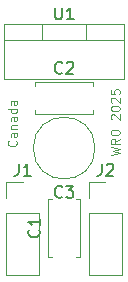
<source format=gbr>
%TF.GenerationSoftware,KiCad,Pcbnew,9.0.4*%
%TF.CreationDate,2025-09-01T15:08:38-04:00*%
%TF.ProjectId,servo_regulator,73657276-6f5f-4726-9567-756c61746f72,rev?*%
%TF.SameCoordinates,Original*%
%TF.FileFunction,Legend,Top*%
%TF.FilePolarity,Positive*%
%FSLAX46Y46*%
G04 Gerber Fmt 4.6, Leading zero omitted, Abs format (unit mm)*
G04 Created by KiCad (PCBNEW 9.0.4) date 2025-09-01 15:08:38*
%MOMM*%
%LPD*%
G01*
G04 APERTURE LIST*
%ADD10C,0.100000*%
%ADD11C,0.150000*%
%ADD12C,0.120000*%
G04 APERTURE END LIST*
D10*
X124203014Y-39827068D02*
X124953014Y-39648496D01*
X124953014Y-39648496D02*
X124417300Y-39505639D01*
X124417300Y-39505639D02*
X124953014Y-39362782D01*
X124953014Y-39362782D02*
X124203014Y-39184211D01*
X124953014Y-38469925D02*
X124595871Y-38719925D01*
X124953014Y-38898496D02*
X124203014Y-38898496D01*
X124203014Y-38898496D02*
X124203014Y-38612782D01*
X124203014Y-38612782D02*
X124238728Y-38541353D01*
X124238728Y-38541353D02*
X124274442Y-38505639D01*
X124274442Y-38505639D02*
X124345871Y-38469925D01*
X124345871Y-38469925D02*
X124453014Y-38469925D01*
X124453014Y-38469925D02*
X124524442Y-38505639D01*
X124524442Y-38505639D02*
X124560157Y-38541353D01*
X124560157Y-38541353D02*
X124595871Y-38612782D01*
X124595871Y-38612782D02*
X124595871Y-38898496D01*
X124203014Y-38005639D02*
X124203014Y-37862782D01*
X124203014Y-37862782D02*
X124238728Y-37791353D01*
X124238728Y-37791353D02*
X124310157Y-37719925D01*
X124310157Y-37719925D02*
X124453014Y-37684210D01*
X124453014Y-37684210D02*
X124703014Y-37684210D01*
X124703014Y-37684210D02*
X124845871Y-37719925D01*
X124845871Y-37719925D02*
X124917300Y-37791353D01*
X124917300Y-37791353D02*
X124953014Y-37862782D01*
X124953014Y-37862782D02*
X124953014Y-38005639D01*
X124953014Y-38005639D02*
X124917300Y-38077068D01*
X124917300Y-38077068D02*
X124845871Y-38148496D01*
X124845871Y-38148496D02*
X124703014Y-38184210D01*
X124703014Y-38184210D02*
X124453014Y-38184210D01*
X124453014Y-38184210D02*
X124310157Y-38148496D01*
X124310157Y-38148496D02*
X124238728Y-38077068D01*
X124238728Y-38077068D02*
X124203014Y-38005639D01*
X124274442Y-36827067D02*
X124238728Y-36791353D01*
X124238728Y-36791353D02*
X124203014Y-36719925D01*
X124203014Y-36719925D02*
X124203014Y-36541353D01*
X124203014Y-36541353D02*
X124238728Y-36469925D01*
X124238728Y-36469925D02*
X124274442Y-36434210D01*
X124274442Y-36434210D02*
X124345871Y-36398496D01*
X124345871Y-36398496D02*
X124417300Y-36398496D01*
X124417300Y-36398496D02*
X124524442Y-36434210D01*
X124524442Y-36434210D02*
X124953014Y-36862782D01*
X124953014Y-36862782D02*
X124953014Y-36398496D01*
X124203014Y-35934210D02*
X124203014Y-35862781D01*
X124203014Y-35862781D02*
X124238728Y-35791353D01*
X124238728Y-35791353D02*
X124274442Y-35755639D01*
X124274442Y-35755639D02*
X124345871Y-35719924D01*
X124345871Y-35719924D02*
X124488728Y-35684210D01*
X124488728Y-35684210D02*
X124667300Y-35684210D01*
X124667300Y-35684210D02*
X124810157Y-35719924D01*
X124810157Y-35719924D02*
X124881585Y-35755639D01*
X124881585Y-35755639D02*
X124917300Y-35791353D01*
X124917300Y-35791353D02*
X124953014Y-35862781D01*
X124953014Y-35862781D02*
X124953014Y-35934210D01*
X124953014Y-35934210D02*
X124917300Y-36005639D01*
X124917300Y-36005639D02*
X124881585Y-36041353D01*
X124881585Y-36041353D02*
X124810157Y-36077067D01*
X124810157Y-36077067D02*
X124667300Y-36112781D01*
X124667300Y-36112781D02*
X124488728Y-36112781D01*
X124488728Y-36112781D02*
X124345871Y-36077067D01*
X124345871Y-36077067D02*
X124274442Y-36041353D01*
X124274442Y-36041353D02*
X124238728Y-36005639D01*
X124238728Y-36005639D02*
X124203014Y-35934210D01*
X124274442Y-35398495D02*
X124238728Y-35362781D01*
X124238728Y-35362781D02*
X124203014Y-35291353D01*
X124203014Y-35291353D02*
X124203014Y-35112781D01*
X124203014Y-35112781D02*
X124238728Y-35041353D01*
X124238728Y-35041353D02*
X124274442Y-35005638D01*
X124274442Y-35005638D02*
X124345871Y-34969924D01*
X124345871Y-34969924D02*
X124417300Y-34969924D01*
X124417300Y-34969924D02*
X124524442Y-35005638D01*
X124524442Y-35005638D02*
X124953014Y-35434210D01*
X124953014Y-35434210D02*
X124953014Y-34969924D01*
X124203014Y-34291352D02*
X124203014Y-34648495D01*
X124203014Y-34648495D02*
X124560157Y-34684209D01*
X124560157Y-34684209D02*
X124524442Y-34648495D01*
X124524442Y-34648495D02*
X124488728Y-34577067D01*
X124488728Y-34577067D02*
X124488728Y-34398495D01*
X124488728Y-34398495D02*
X124524442Y-34327067D01*
X124524442Y-34327067D02*
X124560157Y-34291352D01*
X124560157Y-34291352D02*
X124631585Y-34255638D01*
X124631585Y-34255638D02*
X124810157Y-34255638D01*
X124810157Y-34255638D02*
X124881585Y-34291352D01*
X124881585Y-34291352D02*
X124917300Y-34327067D01*
X124917300Y-34327067D02*
X124953014Y-34398495D01*
X124953014Y-34398495D02*
X124953014Y-34577067D01*
X124953014Y-34577067D02*
X124917300Y-34648495D01*
X124917300Y-34648495D02*
X124881585Y-34684209D01*
X116181585Y-38627068D02*
X116217300Y-38662782D01*
X116217300Y-38662782D02*
X116253014Y-38769925D01*
X116253014Y-38769925D02*
X116253014Y-38841353D01*
X116253014Y-38841353D02*
X116217300Y-38948496D01*
X116217300Y-38948496D02*
X116145871Y-39019925D01*
X116145871Y-39019925D02*
X116074442Y-39055639D01*
X116074442Y-39055639D02*
X115931585Y-39091353D01*
X115931585Y-39091353D02*
X115824442Y-39091353D01*
X115824442Y-39091353D02*
X115681585Y-39055639D01*
X115681585Y-39055639D02*
X115610157Y-39019925D01*
X115610157Y-39019925D02*
X115538728Y-38948496D01*
X115538728Y-38948496D02*
X115503014Y-38841353D01*
X115503014Y-38841353D02*
X115503014Y-38769925D01*
X115503014Y-38769925D02*
X115538728Y-38662782D01*
X115538728Y-38662782D02*
X115574442Y-38627068D01*
X116253014Y-37984211D02*
X115860157Y-37984211D01*
X115860157Y-37984211D02*
X115788728Y-38019925D01*
X115788728Y-38019925D02*
X115753014Y-38091353D01*
X115753014Y-38091353D02*
X115753014Y-38234211D01*
X115753014Y-38234211D02*
X115788728Y-38305639D01*
X116217300Y-37984211D02*
X116253014Y-38055639D01*
X116253014Y-38055639D02*
X116253014Y-38234211D01*
X116253014Y-38234211D02*
X116217300Y-38305639D01*
X116217300Y-38305639D02*
X116145871Y-38341353D01*
X116145871Y-38341353D02*
X116074442Y-38341353D01*
X116074442Y-38341353D02*
X116003014Y-38305639D01*
X116003014Y-38305639D02*
X115967300Y-38234211D01*
X115967300Y-38234211D02*
X115967300Y-38055639D01*
X115967300Y-38055639D02*
X115931585Y-37984211D01*
X115753014Y-37627068D02*
X116253014Y-37627068D01*
X115824442Y-37627068D02*
X115788728Y-37591354D01*
X115788728Y-37591354D02*
X115753014Y-37519925D01*
X115753014Y-37519925D02*
X115753014Y-37412782D01*
X115753014Y-37412782D02*
X115788728Y-37341354D01*
X115788728Y-37341354D02*
X115860157Y-37305640D01*
X115860157Y-37305640D02*
X116253014Y-37305640D01*
X116253014Y-36627069D02*
X115860157Y-36627069D01*
X115860157Y-36627069D02*
X115788728Y-36662783D01*
X115788728Y-36662783D02*
X115753014Y-36734211D01*
X115753014Y-36734211D02*
X115753014Y-36877069D01*
X115753014Y-36877069D02*
X115788728Y-36948497D01*
X116217300Y-36627069D02*
X116253014Y-36698497D01*
X116253014Y-36698497D02*
X116253014Y-36877069D01*
X116253014Y-36877069D02*
X116217300Y-36948497D01*
X116217300Y-36948497D02*
X116145871Y-36984211D01*
X116145871Y-36984211D02*
X116074442Y-36984211D01*
X116074442Y-36984211D02*
X116003014Y-36948497D01*
X116003014Y-36948497D02*
X115967300Y-36877069D01*
X115967300Y-36877069D02*
X115967300Y-36698497D01*
X115967300Y-36698497D02*
X115931585Y-36627069D01*
X116253014Y-35948498D02*
X115503014Y-35948498D01*
X116217300Y-35948498D02*
X116253014Y-36019926D01*
X116253014Y-36019926D02*
X116253014Y-36162783D01*
X116253014Y-36162783D02*
X116217300Y-36234212D01*
X116217300Y-36234212D02*
X116181585Y-36269926D01*
X116181585Y-36269926D02*
X116110157Y-36305640D01*
X116110157Y-36305640D02*
X115895871Y-36305640D01*
X115895871Y-36305640D02*
X115824442Y-36269926D01*
X115824442Y-36269926D02*
X115788728Y-36234212D01*
X115788728Y-36234212D02*
X115753014Y-36162783D01*
X115753014Y-36162783D02*
X115753014Y-36019926D01*
X115753014Y-36019926D02*
X115788728Y-35948498D01*
X116253014Y-35269927D02*
X115860157Y-35269927D01*
X115860157Y-35269927D02*
X115788728Y-35305641D01*
X115788728Y-35305641D02*
X115753014Y-35377069D01*
X115753014Y-35377069D02*
X115753014Y-35519927D01*
X115753014Y-35519927D02*
X115788728Y-35591355D01*
X116217300Y-35269927D02*
X116253014Y-35341355D01*
X116253014Y-35341355D02*
X116253014Y-35519927D01*
X116253014Y-35519927D02*
X116217300Y-35591355D01*
X116217300Y-35591355D02*
X116145871Y-35627069D01*
X116145871Y-35627069D02*
X116074442Y-35627069D01*
X116074442Y-35627069D02*
X116003014Y-35591355D01*
X116003014Y-35591355D02*
X115967300Y-35519927D01*
X115967300Y-35519927D02*
X115967300Y-35341355D01*
X115967300Y-35341355D02*
X115931585Y-35269927D01*
D11*
X120083333Y-43359580D02*
X120035714Y-43407200D01*
X120035714Y-43407200D02*
X119892857Y-43454819D01*
X119892857Y-43454819D02*
X119797619Y-43454819D01*
X119797619Y-43454819D02*
X119654762Y-43407200D01*
X119654762Y-43407200D02*
X119559524Y-43311961D01*
X119559524Y-43311961D02*
X119511905Y-43216723D01*
X119511905Y-43216723D02*
X119464286Y-43026247D01*
X119464286Y-43026247D02*
X119464286Y-42883390D01*
X119464286Y-42883390D02*
X119511905Y-42692914D01*
X119511905Y-42692914D02*
X119559524Y-42597676D01*
X119559524Y-42597676D02*
X119654762Y-42502438D01*
X119654762Y-42502438D02*
X119797619Y-42454819D01*
X119797619Y-42454819D02*
X119892857Y-42454819D01*
X119892857Y-42454819D02*
X120035714Y-42502438D01*
X120035714Y-42502438D02*
X120083333Y-42550057D01*
X120416667Y-42454819D02*
X121035714Y-42454819D01*
X121035714Y-42454819D02*
X120702381Y-42835771D01*
X120702381Y-42835771D02*
X120845238Y-42835771D01*
X120845238Y-42835771D02*
X120940476Y-42883390D01*
X120940476Y-42883390D02*
X120988095Y-42931009D01*
X120988095Y-42931009D02*
X121035714Y-43026247D01*
X121035714Y-43026247D02*
X121035714Y-43264342D01*
X121035714Y-43264342D02*
X120988095Y-43359580D01*
X120988095Y-43359580D02*
X120940476Y-43407200D01*
X120940476Y-43407200D02*
X120845238Y-43454819D01*
X120845238Y-43454819D02*
X120559524Y-43454819D01*
X120559524Y-43454819D02*
X120464286Y-43407200D01*
X120464286Y-43407200D02*
X120416667Y-43359580D01*
X119489095Y-27354819D02*
X119489095Y-28164342D01*
X119489095Y-28164342D02*
X119536714Y-28259580D01*
X119536714Y-28259580D02*
X119584333Y-28307200D01*
X119584333Y-28307200D02*
X119679571Y-28354819D01*
X119679571Y-28354819D02*
X119870047Y-28354819D01*
X119870047Y-28354819D02*
X119965285Y-28307200D01*
X119965285Y-28307200D02*
X120012904Y-28259580D01*
X120012904Y-28259580D02*
X120060523Y-28164342D01*
X120060523Y-28164342D02*
X120060523Y-27354819D01*
X121060523Y-28354819D02*
X120489095Y-28354819D01*
X120774809Y-28354819D02*
X120774809Y-27354819D01*
X120774809Y-27354819D02*
X120679571Y-27497676D01*
X120679571Y-27497676D02*
X120584333Y-27592914D01*
X120584333Y-27592914D02*
X120489095Y-27640533D01*
X118109580Y-46166666D02*
X118157200Y-46214285D01*
X118157200Y-46214285D02*
X118204819Y-46357142D01*
X118204819Y-46357142D02*
X118204819Y-46452380D01*
X118204819Y-46452380D02*
X118157200Y-46595237D01*
X118157200Y-46595237D02*
X118061961Y-46690475D01*
X118061961Y-46690475D02*
X117966723Y-46738094D01*
X117966723Y-46738094D02*
X117776247Y-46785713D01*
X117776247Y-46785713D02*
X117633390Y-46785713D01*
X117633390Y-46785713D02*
X117442914Y-46738094D01*
X117442914Y-46738094D02*
X117347676Y-46690475D01*
X117347676Y-46690475D02*
X117252438Y-46595237D01*
X117252438Y-46595237D02*
X117204819Y-46452380D01*
X117204819Y-46452380D02*
X117204819Y-46357142D01*
X117204819Y-46357142D02*
X117252438Y-46214285D01*
X117252438Y-46214285D02*
X117300057Y-46166666D01*
X118204819Y-45214285D02*
X118204819Y-45785713D01*
X118204819Y-45499999D02*
X117204819Y-45499999D01*
X117204819Y-45499999D02*
X117347676Y-45595237D01*
X117347676Y-45595237D02*
X117442914Y-45690475D01*
X117442914Y-45690475D02*
X117490533Y-45785713D01*
X123416666Y-40574819D02*
X123416666Y-41289104D01*
X123416666Y-41289104D02*
X123369047Y-41431961D01*
X123369047Y-41431961D02*
X123273809Y-41527200D01*
X123273809Y-41527200D02*
X123130952Y-41574819D01*
X123130952Y-41574819D02*
X123035714Y-41574819D01*
X123845238Y-40670057D02*
X123892857Y-40622438D01*
X123892857Y-40622438D02*
X123988095Y-40574819D01*
X123988095Y-40574819D02*
X124226190Y-40574819D01*
X124226190Y-40574819D02*
X124321428Y-40622438D01*
X124321428Y-40622438D02*
X124369047Y-40670057D01*
X124369047Y-40670057D02*
X124416666Y-40765295D01*
X124416666Y-40765295D02*
X124416666Y-40860533D01*
X124416666Y-40860533D02*
X124369047Y-41003390D01*
X124369047Y-41003390D02*
X123797619Y-41574819D01*
X123797619Y-41574819D02*
X124416666Y-41574819D01*
X116416666Y-40574819D02*
X116416666Y-41289104D01*
X116416666Y-41289104D02*
X116369047Y-41431961D01*
X116369047Y-41431961D02*
X116273809Y-41527200D01*
X116273809Y-41527200D02*
X116130952Y-41574819D01*
X116130952Y-41574819D02*
X116035714Y-41574819D01*
X117416666Y-41574819D02*
X116845238Y-41574819D01*
X117130952Y-41574819D02*
X117130952Y-40574819D01*
X117130952Y-40574819D02*
X117035714Y-40717676D01*
X117035714Y-40717676D02*
X116940476Y-40812914D01*
X116940476Y-40812914D02*
X116845238Y-40860533D01*
X120083333Y-32859580D02*
X120035714Y-32907200D01*
X120035714Y-32907200D02*
X119892857Y-32954819D01*
X119892857Y-32954819D02*
X119797619Y-32954819D01*
X119797619Y-32954819D02*
X119654762Y-32907200D01*
X119654762Y-32907200D02*
X119559524Y-32811961D01*
X119559524Y-32811961D02*
X119511905Y-32716723D01*
X119511905Y-32716723D02*
X119464286Y-32526247D01*
X119464286Y-32526247D02*
X119464286Y-32383390D01*
X119464286Y-32383390D02*
X119511905Y-32192914D01*
X119511905Y-32192914D02*
X119559524Y-32097676D01*
X119559524Y-32097676D02*
X119654762Y-32002438D01*
X119654762Y-32002438D02*
X119797619Y-31954819D01*
X119797619Y-31954819D02*
X119892857Y-31954819D01*
X119892857Y-31954819D02*
X120035714Y-32002438D01*
X120035714Y-32002438D02*
X120083333Y-32050057D01*
X120464286Y-32050057D02*
X120511905Y-32002438D01*
X120511905Y-32002438D02*
X120607143Y-31954819D01*
X120607143Y-31954819D02*
X120845238Y-31954819D01*
X120845238Y-31954819D02*
X120940476Y-32002438D01*
X120940476Y-32002438D02*
X120988095Y-32050057D01*
X120988095Y-32050057D02*
X121035714Y-32145295D01*
X121035714Y-32145295D02*
X121035714Y-32240533D01*
X121035714Y-32240533D02*
X120988095Y-32383390D01*
X120988095Y-32383390D02*
X120416667Y-32954819D01*
X120416667Y-32954819D02*
X121035714Y-32954819D01*
D12*
%TO.C,C3*%
X122870000Y-39250000D02*
G75*
G02*
X117630000Y-39250000I-2620000J0D01*
G01*
X117630000Y-39250000D02*
G75*
G02*
X122870000Y-39250000I2620000J0D01*
G01*
%TO.C,U1*%
X115141000Y-28740000D02*
X125361000Y-28740000D01*
X115141000Y-30120000D02*
X125361000Y-30120000D01*
X115141000Y-33360000D02*
X115141000Y-28740000D01*
X118401000Y-28740000D02*
X118401000Y-30120000D01*
X122101000Y-28740000D02*
X122101000Y-30120000D01*
X125361000Y-28740000D02*
X125361000Y-33360000D01*
X125361000Y-33360000D02*
X115141000Y-33360000D01*
%TO.C,C1*%
X118880000Y-43530000D02*
X119210000Y-43530000D01*
X118880000Y-48470000D02*
X118880000Y-43530000D01*
X119210000Y-48470000D02*
X118880000Y-48470000D01*
X121290000Y-43530000D02*
X121620000Y-43530000D01*
X121620000Y-43530000D02*
X121620000Y-48470000D01*
X121620000Y-48470000D02*
X121290000Y-48470000D01*
%TO.C,J2*%
X122370000Y-42120000D02*
X123750000Y-42120000D01*
X122370000Y-43500000D02*
X122370000Y-42120000D01*
X122370000Y-44770000D02*
X122370000Y-49960000D01*
X122370000Y-44770000D02*
X125130000Y-44770000D01*
X122370000Y-49960000D02*
X125130000Y-49960000D01*
X125130000Y-44770000D02*
X125130000Y-49960000D01*
%TO.C,J1*%
X115370000Y-42120000D02*
X116750000Y-42120000D01*
X115370000Y-43500000D02*
X115370000Y-42120000D01*
X115370000Y-44770000D02*
X115370000Y-49960000D01*
X115370000Y-44770000D02*
X118130000Y-44770000D01*
X115370000Y-49960000D02*
X118130000Y-49960000D01*
X118130000Y-44770000D02*
X118130000Y-49960000D01*
%TO.C,C2*%
X117780000Y-33630000D02*
X122720000Y-33630000D01*
X117780000Y-33960000D02*
X117780000Y-33630000D01*
X117780000Y-36370000D02*
X117780000Y-36040000D01*
X122720000Y-33630000D02*
X122720000Y-33960000D01*
X122720000Y-36040000D02*
X122720000Y-36370000D01*
X122720000Y-36370000D02*
X117780000Y-36370000D01*
%TD*%
M02*

</source>
